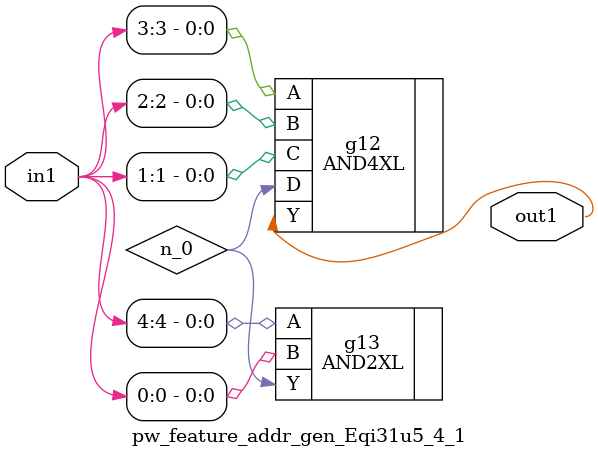
<source format=v>
`timescale 1ps / 1ps


module pw_feature_addr_gen_Eqi31u5_4_1(in1, out1);
  input [4:0] in1;
  output out1;
  wire [4:0] in1;
  wire out1;
  wire n_0;
  AND4XL g12(.A (in1[3]), .B (in1[2]), .C (in1[1]), .D (n_0), .Y
       (out1));
  AND2XL g13(.A (in1[4]), .B (in1[0]), .Y (n_0));
endmodule



</source>
